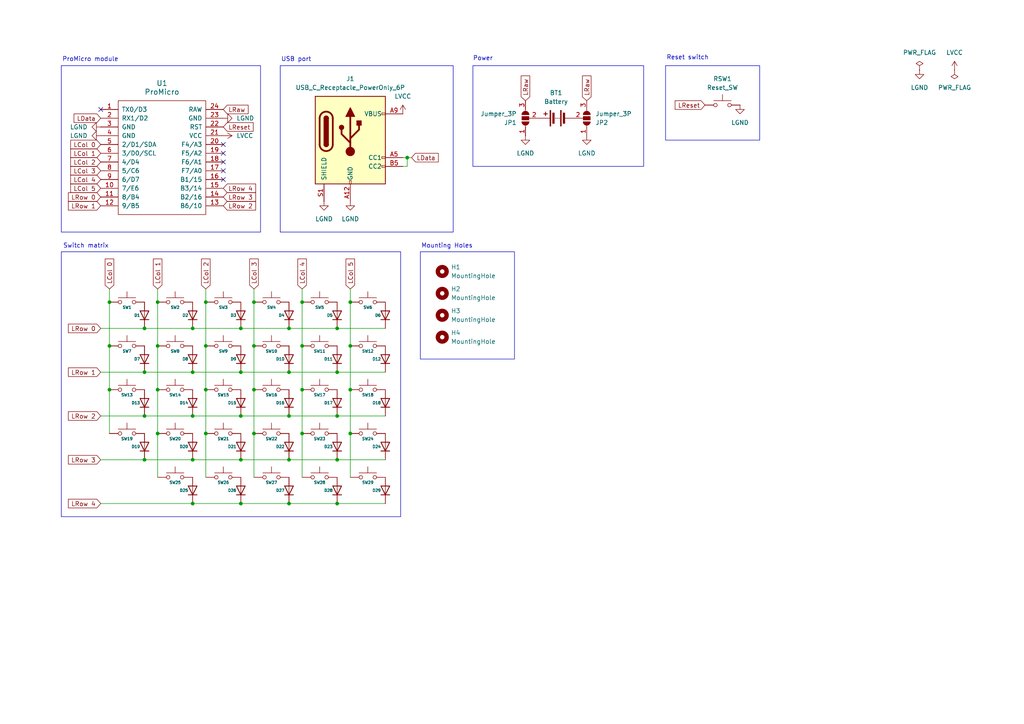
<source format=kicad_sch>
(kicad_sch (version 20231120) (generator "eeschema") (generator_version "8.0")
  (paper "A4")
  (lib_symbols
    (symbol "Connector:USB_C_Receptacle_PowerOnly_6P" (pin_names (offset 1.016))
      (property "Reference" "J" (at 0 16.51 0))
      (property "Value" "USB_C_Receptacle_PowerOnly_6P" (at 0 13.97 0))
      (symbol "USB_C_Receptacle_PowerOnly_6P_0_0"
        (rectangle (start -0.254 -12.7) (end 0.254 -11.684))
        (rectangle (start 10.16 -7.366) (end 9.144 -7.874))
        (rectangle (start 10.16 -4.826) (end 9.144 -5.334))
        (rectangle (start 10.16 7.874) (end 9.144 7.366))
      )
      (symbol "USB_C_Receptacle_PowerOnly_6P_0_1"
        (rectangle (start -10.16 12.7) (end 10.16 -12.7) (stroke (width 0.254)) (fill (type background)))
        (arc (start -8.89 -1.27) (mid -6.985 -3.1667) (end -5.08 -1.27) (stroke (width 0.508)))
        (arc (start -7.62 -1.27) (mid -6.985 -1.9023) (end -6.35 -1.27) (stroke (width 0.254)))
        (arc (start -7.62 -1.27) (mid -6.985 -1.9023) (end -6.35 -1.27) (stroke (width 0.254)) (fill (type outline)))
        (rectangle (start -7.62 -1.27) (end -6.35 6.35) (stroke (width 0.254)) (fill (type outline)))
        (arc (start -6.35 6.35) (mid -6.985 6.9823) (end -7.62 6.35) (stroke (width 0.254)))
        (arc (start -6.35 6.35) (mid -6.985 6.9823) (end -7.62 6.35) (stroke (width 0.254)) (fill (type outline)))
        (arc (start -5.08 6.35) (mid -6.985 8.2467) (end -8.89 6.35) (stroke (width 0.508)))
        (circle (center -2.54 3.683) (radius 0.635) (stroke (width 0.254)) (fill (type outline)))
        (circle (center 0 -3.302) (radius 1.27) (fill (type outline)))
        (polyline (pts (xy -8.89 -1.27) (xy -8.89 6.35)) (stroke (width 0.508)))
        (polyline (pts (xy -5.08 6.35) (xy -5.08 -1.27)) (stroke (width 0.508)))
        (polyline (pts (xy 0 -3.302) (xy 0 6.858)) (stroke (width 0.508)))
        (polyline (pts (xy 0 -0.762) (xy -2.54 1.778) (xy -2.54 3.048)) (stroke (width 0.508)))
        (polyline (pts (xy 0 0.508) (xy 2.54 3.048) (xy 2.54 4.318)) (stroke (width 0.508)))
        (polyline (pts (xy -1.27 6.858) (xy 0 9.398) (xy 1.27 6.858) (xy -1.27 6.858)) (stroke (width 0.254)) (fill (type outline)))
        (rectangle (start 1.905 4.318) (end 3.175 5.588) (stroke (width 0.254)) (fill (type outline)))
      )
      (symbol "USB_C_Receptacle_PowerOnly_6P_1_1"
        (pin passive line (at 0 -17.78 90) (length 5.08) (name "GND") (number "A12"))
        (pin bidirectional line (at 15.24 -5.08 180) (length 5.08) (name "CC1") (number "A5"))
        (pin passive line (at 15.24 7.62 180) (length 5.08) (name "VBUS") (number "A9"))
        (pin passive line (at 0 -17.78 90) (length 5.08) hide (name "GND") (number "B12"))
        (pin bidirectional line (at 15.24 -7.62 180) (length 5.08) (name "CC2") (number "B5"))
        (pin passive line (at 15.24 7.62 180) (length 5.08) hide (name "VBUS") (number "B9"))
        (pin passive line (at -7.62 -17.78 90) (length 5.08) (name "SHIELD") (number "S1"))
      )
    )
    (symbol "Device:Battery" (pin_numbers hide) (pin_names (offset 0) hide)
      (property "Reference" "BT" (at 2.54 2.54 0))
      (property "Value" "Battery" (at 2.54 0 0))
      (symbol "Battery_0_1"
        (rectangle (start -2.286 -1.27) (end 2.286 -1.524) (fill (type outline)))
        (rectangle (start -2.286 1.778) (end 2.286 1.524) (fill (type outline)))
        (rectangle (start -1.524 -2.032) (end 1.524 -2.54) (fill (type outline)))
        (rectangle (start -1.524 1.016) (end 1.524 0.508) (fill (type outline)))
        (polyline (pts (xy 0 -1.016) (xy 0 -0.762)))
        (polyline (pts (xy 0 -0.508) (xy 0 -0.254)))
        (polyline (pts (xy 0 0) (xy 0 0.254)))
        (polyline (pts (xy 0 1.778) (xy 0 2.54)))
        (polyline (pts (xy 0.762 3.048) (xy 1.778 3.048)) (stroke (width 0.254)))
        (polyline (pts (xy 1.27 3.556) (xy 1.27 2.54)) (stroke (width 0.254)))
      )
      (symbol "Battery_1_1"
        (pin passive line (at 0 5.08 270) (length 2.54) (name "+") (number "1"))
        (pin passive line (at 0 -5.08 90) (length 2.54) (name "-") (number "2"))
      )
    )
    (symbol "Device:D" (pin_numbers hide) (pin_names (offset 1.016) hide)
      (property "Reference" "D" (at 0 2.54 0))
      (property "Value" "D" (at 0 -2.54 0))
      (symbol "D_0_1"
        (polyline (pts (xy -1.27 1.27) (xy -1.27 -1.27)) (stroke (width 0.254)))
        (polyline (pts (xy 1.27 0) (xy -1.27 0)))
        (polyline (pts (xy 1.27 1.27) (xy 1.27 -1.27) (xy -1.27 0) (xy 1.27 1.27)) (stroke (width 0.254)))
      )
      (symbol "D_1_1"
        (pin passive line (at -3.81 0 0) (length 2.54) (name "K") (number "1"))
        (pin passive line (at 3.81 0 180) (length 2.54) (name "A") (number "2"))
      )
    )
    (symbol "Jumper:SolderJumper_3_Open" (pin_names (offset 0) hide) (exclude_from_sim yes) (in_bom no)
      (property "Reference" "JP" (at -2.54 -2.54 0))
      (property "Value" "SolderJumper_3_Open" (at 0 2.794 0))
      (symbol "SolderJumper_3_Open_0_1"
        (arc (start -1.016 1.016) (mid -2.0276 0) (end -1.016 -1.016))
        (arc (start -1.016 1.016) (mid -2.0276 0) (end -1.016 -1.016) (fill (type outline)))
        (rectangle (start -0.508 1.016) (end 0.508 -1.016) (fill (type outline)))
        (polyline (pts (xy -2.54 0) (xy -2.032 0)))
        (polyline (pts (xy -1.016 1.016) (xy -1.016 -1.016)))
        (polyline (pts (xy 0 -1.27) (xy 0 -1.016)))
        (polyline (pts (xy 1.016 1.016) (xy 1.016 -1.016)))
        (polyline (pts (xy 2.54 0) (xy 2.032 0)))
        (arc (start 1.016 -1.016) (mid 2.0276 0) (end 1.016 1.016))
        (arc (start 1.016 -1.016) (mid 2.0276 0) (end 1.016 1.016) (fill (type outline)))
      )
      (symbol "SolderJumper_3_Open_1_1"
        (pin passive line (at -5.08 0 0) (length 2.54) (name "A") (number "1"))
        (pin passive line (at 0 -3.81 90) (length 2.54) (name "C") (number "2"))
        (pin passive line (at 5.08 0 180) (length 2.54) (name "B") (number "3"))
      )
    )
    (symbol "Mechanical:MountingHole" (pin_names (offset 1.016)) (exclude_from_sim yes) (in_bom no)
      (property "Reference" "H" (at 0 5.08 0))
      (property "Value" "MountingHole" (at 0 3.175 0))
      (symbol "MountingHole_0_1"
        (circle (center 0 0) (radius 1.27) (stroke (width 1.27)))
      )
    )
    (symbol "Switch:SW_Push" (pin_numbers hide) (pin_names (offset 1.016) hide)
      (property "Reference" "SW" (at 1.27 2.54 0))
      (property "Value" "SW_Push" (at 0 -1.524 0))
      (symbol "SW_Push_0_1"
        (circle (center -2.032 0) (radius 0.508))
        (polyline (pts (xy 0 1.27) (xy 0 3.048)))
        (polyline (pts (xy 2.54 1.27) (xy -2.54 1.27)))
        (circle (center 2.032 0) (radius 0.508))
        (pin passive line (at -5.08 0 0) (length 2.54) (name "1") (number "1"))
        (pin passive line (at 5.08 0 180) (length 2.54) (name "2") (number "2"))
      )
    )
    (symbol "kbd:ProMicro" (pin_names (offset 1.016))
      (property "Reference" "U" (at 0 19.05 0))
      (property "Value" "ProMicro" (at 0 -19.05 0))
      (symbol "ProMicro_0_1"
        (rectangle (start -12.7 16.51) (end 12.7 -16.51))
      )
      (symbol "ProMicro_1_1"
        (pin bidirectional line (at -17.78 13.97 0) (length 5.08) (name "TX0/D3") (number "1"))
        (pin bidirectional line (at -17.78 -8.89 0) (length 5.08) (name "7/E6") (number "10"))
        (pin bidirectional line (at -17.78 -11.43 0) (length 5.08) (name "8/B4") (number "11"))
        (pin bidirectional line (at -17.78 -13.97 0) (length 5.08) (name "9/B5") (number "12"))
        (pin bidirectional line (at 17.78 -13.97 180) (length 5.08) (name "B6/10") (number "13"))
        (pin bidirectional line (at 17.78 -11.43 180) (length 5.08) (name "B2/16") (number "14"))
        (pin bidirectional line (at 17.78 -8.89 180) (length 5.08) (name "B3/14") (number "15"))
        (pin bidirectional line (at 17.78 -6.35 180) (length 5.08) (name "B1/15") (number "16"))
        (pin bidirectional line (at 17.78 -3.81 180) (length 5.08) (name "F7/A0") (number "17"))
        (pin bidirectional line (at 17.78 -1.27 180) (length 5.08) (name "F6/A1") (number "18"))
        (pin bidirectional line (at 17.78 1.27 180) (length 5.08) (name "F5/A2") (number "19"))
        (pin bidirectional line (at -17.78 11.43 0) (length 5.08) (name "RX1/D2") (number "2"))
        (pin bidirectional line (at 17.78 3.81 180) (length 5.08) (name "F4/A3") (number "20"))
        (pin power_in line (at 17.78 6.35 180) (length 5.08) (name "VCC") (number "21"))
        (pin input line (at 17.78 8.89 180) (length 5.08) (name "RST") (number "22"))
        (pin power_in line (at 17.78 11.43 180) (length 5.08) (name "GND") (number "23"))
        (pin power_out line (at 17.78 13.97 180) (length 5.08) (name "RAW") (number "24"))
        (pin power_in line (at -17.78 8.89 0) (length 5.08) (name "GND") (number "3"))
        (pin power_in line (at -17.78 6.35 0) (length 5.08) (name "GND") (number "4"))
        (pin bidirectional line (at -17.78 3.81 0) (length 5.08) (name "2/D1/SDA") (number "5"))
        (pin bidirectional line (at -17.78 1.27 0) (length 5.08) (name "3/D0/SCL") (number "6"))
        (pin bidirectional line (at -17.78 -1.27 0) (length 5.08) (name "4/D4") (number "7"))
        (pin bidirectional line (at -17.78 -3.81 0) (length 5.08) (name "5/C6") (number "8"))
        (pin bidirectional line (at -17.78 -6.35 0) (length 5.08) (name "6/D7") (number "9"))
      )
    )
    (symbol "power:GND" (power) (pin_numbers hide) (pin_names (offset 0) hide)
      (property "Value" "GND" (at 0 -3.81 0))
      (symbol "GND_0_1"
        (polyline (pts (xy 0 0) (xy 0 -1.27) (xy 1.27 -1.27) (xy 0 -2.54) (xy -1.27 -1.27) (xy 0 -1.27)))
      )
      (symbol "GND_1_1"
        (pin power_in line (at 0 0 270) (length 0) (name "~") (number "1"))
      )
    )
    (symbol "power:PWR_FLAG" (power) (pin_numbers hide) (pin_names (offset 0) hide)
      (property "Value" "PWR_FLAG" (at 0 3.81 0))
      (symbol "PWR_FLAG_0_0"
        (pin power_out line (at 0 0 90) (length 0) (name "~") (number "1"))
      )
      (symbol "PWR_FLAG_0_1"
        (polyline (pts (xy 0 0) (xy 0 1.27) (xy -1.016 1.905) (xy 0 2.54) (xy 1.016 1.905) (xy 0 1.27)))
      )
    )
    (symbol "power:VCC" (power) (pin_numbers hide) (pin_names (offset 0) hide)
      (property "Value" "VCC" (at 0 3.556 0))
      (symbol "VCC_0_1"
        (polyline (pts (xy -0.762 1.27) (xy 0 2.54)))
        (polyline (pts (xy 0 0) (xy 0 2.54)))
        (polyline (pts (xy 0 2.54) (xy 0.762 1.27)))
      )
      (symbol "VCC_1_1"
        (pin power_in line (at 0 0 90) (length 0) (name "~") (number "1"))
      )
    )
  )
  (junction (at 83.82 95.25))
  (junction (at 101.6 100.33))
  (junction (at 45.72 87.63))
  (junction (at 73.66 113.03))
  (junction (at 83.82 120.65))
  (junction (at 97.79 95.25))
  (junction (at 83.82 146.05))
  (junction (at 73.66 100.33))
  (junction (at 55.88 120.65))
  (junction (at 31.75 100.33))
  (junction (at 69.85 146.05))
  (junction (at 69.85 107.95))
  (junction (at 59.69 113.03))
  (junction (at 97.79 107.95))
  (junction (at 45.72 113.03))
  (junction (at 97.79 133.35))
  (junction (at 97.79 120.65))
  (junction (at 31.75 87.63))
  (junction (at 59.69 87.63))
  (junction (at 55.88 107.95))
  (junction (at 55.88 95.25))
  (junction (at 41.91 95.25))
  (junction (at 59.69 100.33))
  (junction (at 97.79 146.05))
  (junction (at 73.66 87.63))
  (junction (at 41.91 120.65))
  (junction (at 101.6 125.73))
  (junction (at 45.72 100.33))
  (junction (at 55.88 146.05))
  (junction (at 83.82 133.35))
  (junction (at 83.82 107.95))
  (junction (at 69.85 95.25))
  (junction (at 41.91 107.95))
  (junction (at 87.63 125.73))
  (junction (at 69.85 133.35))
  (junction (at 87.63 113.03))
  (junction (at 118.11 45.72))
  (junction (at 87.63 100.33))
  (junction (at 31.75 113.03))
  (junction (at 69.85 120.65))
  (junction (at 101.6 87.63))
  (junction (at 59.69 125.73))
  (junction (at 41.91 133.35))
  (junction (at 87.63 87.63))
  (junction (at 73.66 125.73))
  (junction (at 45.72 125.73))
  (junction (at 55.88 133.35))
  (junction (at 101.6 113.03))
  (no_connect (at 29.21 31.75))
  (no_connect (at 64.77 52.07))
  (no_connect (at 64.77 46.99))
  (no_connect (at 64.77 44.45))
  (no_connect (at 64.77 41.91))
  (no_connect (at 64.77 49.53))
  (wire (pts (xy 31.75 83.82) (xy 31.75 87.63)))
  (wire (pts (xy 59.69 83.82) (xy 59.69 87.63)))
  (wire (pts (xy 69.85 133.35) (xy 83.82 133.35)))
  (wire (pts (xy 45.72 125.73) (xy 45.72 113.03)))
  (wire (pts (xy 97.79 120.65) (xy 111.76 120.65)))
  (wire (pts (xy 73.66 125.73) (xy 73.66 113.03)))
  (wire (pts (xy 55.88 133.35) (xy 69.85 133.35)))
  (wire (pts (xy 59.69 125.73) (xy 59.69 113.03)))
  (wire (pts (xy 55.88 95.25) (xy 69.85 95.25)))
  (wire (pts (xy 55.88 120.65) (xy 69.85 120.65)))
  (wire (pts (xy 55.88 146.05) (xy 69.85 146.05)))
  (wire (pts (xy 83.82 133.35) (xy 97.79 133.35)))
  (wire (pts (xy 45.72 87.63) (xy 45.72 100.33)))
  (wire (pts (xy 87.63 83.82) (xy 87.63 87.63)))
  (wire (pts (xy 41.91 107.95) (xy 55.88 107.95)))
  (wire (pts (xy 29.21 146.05) (xy 55.88 146.05)))
  (wire (pts (xy 101.6 83.82) (xy 101.6 87.63)))
  (wire (pts (xy 83.82 146.05) (xy 69.85 146.05)))
  (wire (pts (xy 87.63 138.43) (xy 87.63 125.73)))
  (wire (pts (xy 29.21 95.25) (xy 41.91 95.25)))
  (wire (pts (xy 83.82 107.95) (xy 97.79 107.95)))
  (wire (pts (xy 59.69 87.63) (xy 59.69 100.33)))
  (wire (pts (xy 118.11 45.72) (xy 118.11 48.26)))
  (wire (pts (xy 69.85 120.65) (xy 83.82 120.65)))
  (wire (pts (xy 29.21 133.35) (xy 41.91 133.35)))
  (wire (pts (xy 41.91 120.65) (xy 55.88 120.65)))
  (wire (pts (xy 69.85 95.25) (xy 83.82 95.25)))
  (wire (pts (xy 101.6 113.03) (xy 101.6 100.33)))
  (wire (pts (xy 111.76 95.25) (xy 97.79 95.25)))
  (wire (pts (xy 97.79 107.95) (xy 111.76 107.95)))
  (wire (pts (xy 101.6 87.63) (xy 101.6 100.33)))
  (wire (pts (xy 55.88 107.95) (xy 69.85 107.95)))
  (wire (pts (xy 97.79 146.05) (xy 83.82 146.05)))
  (wire (pts (xy 45.72 125.73) (xy 45.72 138.43)))
  (wire (pts (xy 101.6 125.73) (xy 101.6 113.03)))
  (wire (pts (xy 69.85 107.95) (xy 83.82 107.95)))
  (wire (pts (xy 41.91 133.35) (xy 55.88 133.35)))
  (wire (pts (xy 73.66 83.82) (xy 73.66 87.63)))
  (wire (pts (xy 101.6 138.43) (xy 101.6 125.73)))
  (wire (pts (xy 45.72 83.82) (xy 45.72 87.63)))
  (wire (pts (xy 41.91 95.25) (xy 55.88 95.25)))
  (wire (pts (xy 31.75 87.63) (xy 31.75 100.33)))
  (wire (pts (xy 118.11 45.72) (xy 119.38 45.72)))
  (wire (pts (xy 73.66 113.03) (xy 73.66 100.33)))
  (wire (pts (xy 116.84 48.26) (xy 118.11 48.26)))
  (wire (pts (xy 87.63 87.63) (xy 87.63 100.33)))
  (wire (pts (xy 87.63 125.73) (xy 87.63 113.03)))
  (wire (pts (xy 83.82 120.65) (xy 97.79 120.65)))
  (wire (pts (xy 31.75 113.03) (xy 31.75 100.33)))
  (wire (pts (xy 73.66 87.63) (xy 73.66 100.33)))
  (wire (pts (xy 31.75 113.03) (xy 31.75 125.73)))
  (wire (pts (xy 45.72 113.03) (xy 45.72 100.33)))
  (wire (pts (xy 87.63 113.03) (xy 87.63 100.33)))
  (wire (pts (xy 116.84 45.72) (xy 118.11 45.72)))
  (wire (pts (xy 97.79 133.35) (xy 111.76 133.35)))
  (wire (pts (xy 97.79 146.05) (xy 111.76 146.05)))
  (wire (pts (xy 59.69 138.43) (xy 59.69 125.73)))
  (wire (pts (xy 29.21 107.95) (xy 41.91 107.95)))
  (wire (pts (xy 73.66 125.73) (xy 73.66 138.43)))
  (wire (pts (xy 29.21 120.65) (xy 41.91 120.65)))
  (wire (pts (xy 59.69 113.03) (xy 59.69 100.33)))
  (wire (pts (xy 97.79 95.25) (xy 83.82 95.25)))
  (rectangle (start 17.78 19.05) (end 75.565 67.31))
  (rectangle (start 137.16 19.05) (end 186.69 48.26))
  (rectangle (start 81.28 19.05) (end 131.445 67.31))
  (rectangle (start 193.04 19.05) (end 220.345 40.64))
  (rectangle (start 121.92 73.025) (end 149.225 104.14))
  (rectangle (start 17.78 73.025) (end 116.205 149.86))
  (text "Switch matrix" (at 18.288 72.136 0) (effects (font (size 1.27 1.27)) (justify left bottom)))
  (text "Mounting Holes" (at 122.174 72.136 0) (effects (font (size 1.27 1.27)) (justify left bottom)))
  (text "USB port" (at 81.534 18.034 0) (effects (font (size 1.27 1.27)) (justify left bottom)))
  (text "Power" (at 137.16 17.78 0) (effects (font (size 1.27 1.27)) (justify left bottom)))
  (text "ProMicro module" (at 18.034 18.034 0) (effects (font (size 1.27 1.27)) (justify left bottom)))
  (text "Reset switch" (at 193.294 17.526 0) (effects (font (size 1.27 1.27)) (justify left bottom)))
  (global_label "LRow 2" (shape input) (at 29.21 120.65 180) (property "Intersheetrefs" "${INTERSHEET_REFS}" (effects (hide yes))))
  (global_label "LRow 4" (shape input) (at 64.77 54.61 0) (property "Intersheetrefs" "${INTERSHEET_REFS}" (effects (hide yes))))
  (global_label "LRaw" (shape input) (at 152.4 29.21 90) (property "Intersheetrefs" "${INTERSHEET_REFS}" (effects (hide yes))))
  (global_label "LRow 3" (shape input) (at 64.77 57.15 0) (property "Intersheetrefs" "${INTERSHEET_REFS}" (effects (hide yes))))
  (global_label "LCol 0" (shape input) (at 31.75 83.82 90) (property "Intersheetrefs" "${INTERSHEET_REFS}" (effects (hide yes))))
  (global_label "LCol 3" (shape input) (at 73.66 83.82 90) (property "Intersheetrefs" "${INTERSHEET_REFS}" (effects (hide yes))))
  (global_label "LRow 4" (shape input) (at 29.21 146.05 180) (property "Intersheetrefs" "${INTERSHEET_REFS}" (effects (hide yes))))
  (global_label "LRow 0" (shape input) (at 29.21 95.25 180) (property "Intersheetrefs" "${INTERSHEET_REFS}" (effects (hide yes))))
  (global_label "LCol 5" (shape input) (at 29.21 54.61 180) (property "Intersheetrefs" "${INTERSHEET_REFS}" (effects (hide yes))))
  (global_label "LRaw" (shape input) (at 170.18 29.21 90) (property "Intersheetrefs" "${INTERSHEET_REFS}" (effects (hide yes))))
  (global_label "LCol 2" (shape input) (at 29.21 46.99 180) (property "Intersheetrefs" "${INTERSHEET_REFS}" (effects (hide yes))))
  (global_label "LCol 5" (shape input) (at 101.6 83.82 90) (property "Intersheetrefs" "${INTERSHEET_REFS}" (effects (hide yes))))
  (global_label "LReset" (shape input) (at 204.47 30.48 180) (property "Intersheetrefs" "${INTERSHEET_REFS}" (effects (hide yes))))
  (global_label "LReset" (shape input) (at 64.77 36.83 0) (property "Intersheetrefs" "${INTERSHEET_REFS}" (effects (hide yes))))
  (global_label "LCol 1" (shape input) (at 45.72 83.82 90) (property "Intersheetrefs" "${INTERSHEET_REFS}" (effects (hide yes))))
  (global_label "LRow 0" (shape input) (at 29.21 57.15 180) (property "Intersheetrefs" "${INTERSHEET_REFS}" (effects (hide yes))))
  (global_label "LRow 1" (shape input) (at 29.21 107.95 180) (property "Intersheetrefs" "${INTERSHEET_REFS}" (effects (hide yes))))
  (global_label "LRow 1" (shape input) (at 29.21 59.69 180) (property "Intersheetrefs" "${INTERSHEET_REFS}" (effects (hide yes))))
  (global_label "LRow 3" (shape input) (at 29.21 133.35 180) (property "Intersheetrefs" "${INTERSHEET_REFS}" (effects (hide yes))))
  (global_label "LData" (shape input) (at 29.21 34.29 180) (property "Intersheetrefs" "${INTERSHEET_REFS}" (effects (hide yes))))
  (global_label "LCol 4" (shape input) (at 29.21 52.07 180) (property "Intersheetrefs" "${INTERSHEET_REFS}" (effects (hide yes))))
  (global_label "LCol 1" (shape input) (at 29.21 44.45 180) (property "Intersheetrefs" "${INTERSHEET_REFS}" (effects (hide yes))))
  (global_label "LCol 3" (shape input) (at 29.21 49.53 180) (property "Intersheetrefs" "${INTERSHEET_REFS}" (effects (hide yes))))
  (global_label "LCol 2" (shape input) (at 59.69 83.82 90) (property "Intersheetrefs" "${INTERSHEET_REFS}" (effects (hide yes))))
  (global_label "LCol 0" (shape input) (at 29.21 41.91 180) (property "Intersheetrefs" "${INTERSHEET_REFS}" (effects (hide yes))))
  (global_label "LRaw" (shape input) (at 64.77 31.75 0) (property "Intersheetrefs" "${INTERSHEET_REFS}" (effects (hide yes))))
  (global_label "LData" (shape input) (at 119.38 45.72 0) (property "Intersheetrefs" "${INTERSHEET_REFS}" (effects (hide yes))))
  (global_label "LRow 2" (shape input) (at 64.77 59.69 0) (property "Intersheetrefs" "${INTERSHEET_REFS}" (effects (hide yes))))
  (global_label "LCol 4" (shape input) (at 87.63 83.82 90) (property "Intersheetrefs" "${INTERSHEET_REFS}" (effects (hide yes))))
  (symbol (lib_id "Switch:SW_Push") (at 92.71 100.33 0) (unit 1)
    (property "Reference" "SW11" (at 92.71 101.854 0) (effects (font (size 0.8128 0.8128))))
    (property "Value" "SW_Push" (effects (hide yes)))
    (property "Footprint" "axseem:SW_MX_Choc-v1v2_Hotswap" (effects (hide yes)))
    (property "Description" "Push button switch, generic, two pins" (effects (hide yes)))
  )
  (symbol (lib_id "Switch:SW_Push") (at 64.77 100.33 0) (unit 1)
    (property "Reference" "SW9" (at 64.77 101.854 0) (effects (font (size 0.8128 0.8128))))
    (property "Value" "SW_Push" (effects (hide yes)))
    (property "Footprint" "axseem:SW_MX_Choc-v1v2_Hotswap" (effects (hide yes)))
    (property "Description" "Push button switch, generic, two pins" (effects (hide yes)))
  )
  (symbol (lib_id "Switch:SW_Push") (at 64.77 113.03 0) (unit 1)
    (property "Reference" "SW15" (at 64.77 114.554 0) (effects (font (size 0.8128 0.8128))))
    (property "Value" "SW_Push" (effects (hide yes)))
    (property "Footprint" "axseem:SW_MX_Choc-v1v2_Hotswap" (effects (hide yes)))
    (property "Description" "Push button switch, generic, two pins" (effects (hide yes)))
  )
  (symbol (lib_id "Switch:SW_Push") (at 36.83 100.33 0) (unit 1)
    (property "Reference" "SW7" (at 36.83 101.854 0) (effects (font (size 0.8128 0.8128))))
    (property "Value" "SW_Push" (effects (hide yes)))
    (property "Footprint" "axseem:SW_MX_Choc-v1v2_Hotswap" (effects (hide yes)))
    (property "Description" "Push button switch, generic, two pins" (effects (hide yes)))
  )
  (symbol (lib_id "Switch:SW_Push") (at 36.83 125.73 0) (unit 1)
    (property "Reference" "SW19" (at 36.83 127.254 0) (effects (font (size 0.8128 0.8128))))
    (property "Value" "SW_Push" (effects (hide yes)))
    (property "Footprint" "axseem:SW_MX_Choc-v1v2_Hotswap" (effects (hide yes)))
    (property "Description" "Push button switch, generic, two pins" (effects (hide yes)))
  )
  (symbol (lib_id "power:GND") (at 29.21 39.37 270) (unit 1)
    (property "Reference" "#PWR07" (effects (hide yes)))
    (property "Value" "LGND" (at 25.4 39.3699 90) (effects (justify right)))
    (property "Description" "Power symbol creates a global label with name \"GND\" , ground" (effects (hide yes)))
  )
  (symbol (lib_id "power:GND") (at 214.63 30.48 0) (unit 1)
    (property "Reference" "#PWR09" (effects (hide yes)))
    (property "Value" "LGND" (at 214.63 35.56 0))
    (property "Description" "Power symbol creates a global label with name \"GND\" , ground" (effects (hide yes)))
  )
  (symbol (lib_id "Switch:SW_Push") (at 106.68 100.33 0) (unit 1)
    (property "Reference" "SW12" (at 106.68 101.854 0) (effects (font (size 0.8128 0.8128))))
    (property "Value" "SW_Push" (effects (hide yes)))
    (property "Footprint" "axseem:SW_MX_Choc-v1v2_Hotswap" (effects (hide yes)))
    (property "Description" "Push button switch, generic, two pins" (effects (hide yes)))
  )
  (symbol (lib_id "Mechanical:MountingHole") (at 128.27 85.09 0) (unit 1) (exclude_from_sim yes) (in_bom no)
    (property "Reference" "H2" (at 130.81 83.8199 0) (effects (justify left)))
    (property "Value" "MountingHole" (at 130.81 86.3599 0) (effects (justify left)))
    (property "Footprint" "MountingHole:MountingHole_2.2mm_M2_DIN965" (effects (hide yes)))
    (property "Description" "Mounting Hole without connection" (effects (hide yes)))
  )
  (symbol (lib_id "Switch:SW_Push") (at 106.68 113.03 0) (unit 1)
    (property "Reference" "SW18" (at 106.68 114.554 0) (effects (font (size 0.8128 0.8128))))
    (property "Value" "SW_Push" (effects (hide yes)))
    (property "Footprint" "axseem:SW_MX_Choc-v1v2_Hotswap" (effects (hide yes)))
    (property "Description" "Push button switch, generic, two pins" (effects (hide yes)))
  )
  (symbol (lib_id "power:PWR_FLAG") (at 266.7 20.32 0) (unit 1)
    (property "Reference" "#FLG01" (effects (hide yes)))
    (property "Value" "PWR_FLAG" (at 266.7 15.24 0))
    (property "Description" "Special symbol for telling ERC where power comes from" (effects (hide yes)))
  )
  (symbol (lib_id "power:VCC") (at 116.84 33.02 0) (unit 1)
    (property "Reference" "#PWR04" (effects (hide yes)))
    (property "Value" "LVCC" (at 116.84 27.94 0))
    (property "Description" "Power symbol creates a global label with name \"VCC\"" (effects (hide yes)))
  )
  (symbol (lib_id "Switch:SW_Push") (at 50.8 125.73 0) (unit 1)
    (property "Reference" "SW20" (at 50.8 127.254 0) (effects (font (size 0.8128 0.8128))))
    (property "Value" "SW_Push" (effects (hide yes)))
    (property "Footprint" "axseem:SW_MX_Choc-v1v2_Hotswap" (effects (hide yes)))
    (property "Description" "Push button switch, generic, two pins" (effects (hide yes)))
  )
  (symbol (lib_id "Switch:SW_Push") (at 36.83 87.63 0) (unit 1)
    (property "Reference" "SW1" (at 36.83 89.154 0) (effects (font (size 0.8128 0.8128))))
    (property "Value" "SW_Push" (effects (hide yes)))
    (property "Footprint" "axseem:SW_MX_Choc-v1v2_Hotswap" (effects (hide yes)))
    (property "Description" "Push button switch, generic, two pins" (effects (hide yes)))
  )
  (symbol (lib_id "Mechanical:MountingHole") (at 128.27 78.74 0) (unit 1) (exclude_from_sim yes) (in_bom no)
    (property "Reference" "H1" (at 130.81 77.4699 0) (effects (justify left)))
    (property "Value" "MountingHole" (at 130.81 80.0099 0) (effects (justify left)))
    (property "Footprint" "MountingHole:MountingHole_2.2mm_M2_DIN965" (effects (hide yes)))
    (property "Description" "Mounting Hole without connection" (effects (hide yes)))
  )
  (symbol (lib_id "Device:D") (at 111.76 91.44 90) (unit 1)
    (property "Reference" "D6" (at 110.49 91.44 90) (effects (font (size 0.8128 0.8128)) (justify left)))
    (property "Value" "D" (effects (hide yes)))
    (property "Footprint" "Diode_SMD:D_SOD-323_HandSoldering" (effects (hide yes)))
    (property "Description" "Diode" (effects (hide yes)))
    (property "Sim.Device" "D" (effects (hide yes)))
    (property "Sim.Pins" "1=K 2=A" (effects (hide yes)))
  )
  (symbol (lib_id "Jumper:SolderJumper_3_Open") (at 152.4 34.29 90) (unit 1) (exclude_from_sim yes) (in_bom no)
    (property "Reference" "JP1" (at 149.86 35.5601 90) (effects (justify left)))
    (property "Value" "Jumper_3P" (at 149.86 33.0201 90) (effects (justify left)))
    (property "Footprint" "axseem:SolderJumper-3_P" (effects (hide yes)))
    (property "Description" "Solder Jumper, 3-pole, open" (effects (hide yes)))
  )
  (symbol (lib_id "power:VCC") (at 64.77 39.37 270) (unit 1)
    (property "Reference" "#PWR08" (effects (hide yes)))
    (property "Value" "LVCC" (at 68.58 39.3699 90) (effects (justify left)))
    (property "Description" "Power symbol creates a global label with name \"VCC\"" (effects (hide yes)))
  )
  (symbol (lib_id "Device:D") (at 55.88 129.54 90) (unit 1)
    (property "Reference" "D20" (at 54.61 129.54 90) (effects (font (size 0.8128 0.8128)) (justify left)))
    (property "Value" "D" (effects (hide yes)))
    (property "Footprint" "Diode_SMD:D_SOD-323_HandSoldering" (effects (hide yes)))
    (property "Description" "Diode" (effects (hide yes)))
    (property "Sim.Device" "D" (effects (hide yes)))
    (property "Sim.Pins" "1=K 2=A" (effects (hide yes)))
  )
  (symbol (lib_id "Device:D") (at 69.85 129.54 90) (unit 1)
    (property "Reference" "D21" (at 68.58 129.54 90) (effects (font (size 0.8128 0.8128)) (justify left)))
    (property "Value" "D" (effects (hide yes)))
    (property "Footprint" "Diode_SMD:D_SOD-323_HandSoldering" (effects (hide yes)))
    (property "Description" "Diode" (effects (hide yes)))
    (property "Sim.Device" "D" (effects (hide yes)))
    (property "Sim.Pins" "1=K 2=A" (effects (hide yes)))
  )
  (symbol (lib_id "Switch:SW_Push") (at 50.8 138.43 0) (unit 1)
    (property "Reference" "SW25" (at 50.8 139.954 0) (effects (font (size 0.8128 0.8128))))
    (property "Value" "SW_Push" (effects (hide yes)))
    (property "Footprint" "axseem:SW_MX_Choc-v1v2_Hotswap" (effects (hide yes)))
    (property "Description" "Push button switch, generic, two pins" (effects (hide yes)))
  )
  (symbol (lib_id "kbd:ProMicro") (at 46.99 45.72 0) (unit 1)
    (property "Reference" "U1" (at 46.99 24.13 0) (effects (font (size 1.524 1.524))))
    (property "Value" "ProMicro" (at 46.99 26.67 0) (effects (font (size 1.524 1.524))))
    (property "Footprint" "axseem:ProMicro_SMD" (effects (hide yes)))
  )
  (symbol (lib_id "power:PWR_FLAG") (at 276.86 20.32 180) (unit 1)
    (property "Reference" "#FLG02" (effects (hide yes)))
    (property "Value" "PWR_FLAG" (at 276.86 25.4 0))
    (property "Description" "Special symbol for telling ERC where power comes from" (effects (hide yes)))
  )
  (symbol (lib_id "Switch:SW_Push") (at 64.77 138.43 0) (unit 1)
    (property "Reference" "SW26" (at 64.77 139.954 0) (effects (font (size 0.8128 0.8128))))
    (property "Value" "SW_Push" (effects (hide yes)))
    (property "Footprint" "axseem:SW_MX_Choc-v1v2_Hotswap" (effects (hide yes)))
    (property "Description" "Push button switch, generic, two pins" (effects (hide yes)))
  )
  (symbol (lib_id "Device:D") (at 83.82 104.14 90) (unit 1)
    (property "Reference" "D10" (at 82.55 104.14 90) (effects (font (size 0.8128 0.8128)) (justify left)))
    (property "Value" "D" (effects (hide yes)))
    (property "Footprint" "Diode_SMD:D_SOD-323_HandSoldering" (effects (hide yes)))
    (property "Description" "Diode" (effects (hide yes)))
    (property "Sim.Device" "D" (effects (hide yes)))
    (property "Sim.Pins" "1=K 2=A" (effects (hide yes)))
  )
  (symbol (lib_id "Device:D") (at 55.88 104.14 90) (unit 1)
    (property "Reference" "D8" (at 54.61 104.14 90) (effects (font (size 0.8128 0.8128)) (justify left)))
    (property "Value" "D" (effects (hide yes)))
    (property "Footprint" "Diode_SMD:D_SOD-323_HandSoldering" (effects (hide yes)))
    (property "Description" "Diode" (effects (hide yes)))
    (property "Sim.Device" "D" (effects (hide yes)))
    (property "Sim.Pins" "1=K 2=A" (effects (hide yes)))
  )
  (symbol (lib_id "Switch:SW_Push") (at 64.77 87.63 0) (unit 1)
    (property "Reference" "SW3" (at 64.77 89.154 0) (effects (font (size 0.8128 0.8128))))
    (property "Value" "SW_Push" (effects (hide yes)))
    (property "Footprint" "axseem:SW_MX_Choc-v1v2_Hotswap" (effects (hide yes)))
    (property "Description" "Push button switch, generic, two pins" (effects (hide yes)))
  )
  (symbol (lib_id "Switch:SW_Push") (at 78.74 113.03 0) (unit 1)
    (property "Reference" "SW16" (at 78.74 114.554 0) (effects (font (size 0.8128 0.8128))))
    (property "Value" "SW_Push" (effects (hide yes)))
    (property "Footprint" "axseem:SW_MX_Choc-v1v2_Hotswap" (effects (hide yes)))
    (property "Description" "Push button switch, generic, two pins" (effects (hide yes)))
  )
  (symbol (lib_id "Device:D") (at 41.91 116.84 90) (unit 1)
    (property "Reference" "D13" (at 40.64 116.84 90) (effects (font (size 0.8128 0.8128)) (justify left)))
    (property "Value" "D" (effects (hide yes)))
    (property "Footprint" "Diode_SMD:D_SOD-323_HandSoldering" (effects (hide yes)))
    (property "Description" "Diode" (effects (hide yes)))
    (property "Sim.Device" "D" (effects (hide yes)))
    (property "Sim.Pins" "1=K 2=A" (effects (hide yes)))
  )
  (symbol (lib_id "Jumper:SolderJumper_3_Open") (at 170.18 34.29 270) (mirror x) (unit 1) (exclude_from_sim yes) (in_bom no)
    (property "Reference" "JP2" (at 172.72 35.5601 90) (effects (justify left)))
    (property "Value" "Jumper_3P" (at 172.72 33.0201 90) (effects (justify left)))
    (property "Footprint" "axseem:SolderJumper-3_P" (effects (hide yes)))
    (property "Description" "Solder Jumper, 3-pole, open" (effects (hide yes)))
  )
  (symbol (lib_id "Switch:SW_Push") (at 92.71 125.73 0) (unit 1)
    (property "Reference" "SW23" (at 92.71 127.254 0) (effects (font (size 0.8128 0.8128))))
    (property "Value" "SW_Push" (effects (hide yes)))
    (property "Footprint" "axseem:SW_MX_Choc-v1v2_Hotswap" (effects (hide yes)))
    (property "Description" "Push button switch, generic, two pins" (effects (hide yes)))
  )
  (symbol (lib_id "Switch:SW_Push") (at 78.74 138.43 0) (unit 1)
    (property "Reference" "SW27" (at 78.74 139.954 0) (effects (font (size 0.8128 0.8128))))
    (property "Value" "SW_Push" (effects (hide yes)))
    (property "Footprint" "axseem:SW_MX_Choc-v1v2_Hotswap" (effects (hide yes)))
    (property "Description" "Push button switch, generic, two pins" (effects (hide yes)))
  )
  (symbol (lib_id "Device:D") (at 55.88 142.24 90) (unit 1)
    (property "Reference" "D25" (at 54.61 142.24 90) (effects (font (size 0.8128 0.8128)) (justify left)))
    (property "Value" "D" (effects (hide yes)))
    (property "Footprint" "Diode_SMD:D_SOD-323_HandSoldering" (effects (hide yes)))
    (property "Description" "Diode" (effects (hide yes)))
    (property "Sim.Device" "D" (effects (hide yes)))
    (property "Sim.Pins" "1=K 2=A" (effects (hide yes)))
  )
  (symbol (lib_id "power:VCC") (at 276.86 20.32 0) (unit 1)
    (property "Reference" "#PWR02" (effects (hide yes)))
    (property "Value" "LVCC" (at 276.86 15.24 0))
    (property "Description" "Power symbol creates a global label with name \"VCC\"" (effects (hide yes)))
  )
  (symbol (lib_id "power:GND") (at 29.21 36.83 270) (unit 1)
    (property "Reference" "#PWR06" (effects (hide yes)))
    (property "Value" "LGND" (at 25.4 36.8299 90) (effects (justify right)))
    (property "Description" "Power symbol creates a global label with name \"GND\" , ground" (effects (hide yes)))
  )
  (symbol (lib_id "power:GND") (at 101.6 58.42 0) (unit 1)
    (property "Reference" "#PWR011" (effects (hide yes)))
    (property "Value" "LGND" (at 101.6 63.5 0))
    (property "Description" "Power symbol creates a global label with name \"GND\" , ground" (effects (hide yes)))
  )
  (symbol (lib_id "Device:D") (at 111.76 142.24 90) (unit 1)
    (property "Reference" "D29" (at 110.49 142.24 90) (effects (font (size 0.8128 0.8128)) (justify left)))
    (property "Value" "D" (effects (hide yes)))
    (property "Footprint" "Diode_SMD:D_SOD-323_HandSoldering" (effects (hide yes)))
    (property "Description" "Diode" (effects (hide yes)))
    (property "Sim.Device" "D" (effects (hide yes)))
    (property "Sim.Pins" "1=K 2=A" (effects (hide yes)))
  )
  (symbol (lib_id "Switch:SW_Push") (at 106.68 125.73 0) (unit 1)
    (property "Reference" "SW24" (at 106.68 127.254 0) (effects (font (size 0.8128 0.8128))))
    (property "Value" "SW_Push" (effects (hide yes)))
    (property "Footprint" "axseem:SW_MX_Choc-v1v2_Hotswap" (effects (hide yes)))
    (property "Description" "Push button switch, generic, two pins" (effects (hide yes)))
  )
  (symbol (lib_id "Device:D") (at 97.79 142.24 90) (unit 1)
    (property "Reference" "D28" (at 96.52 142.24 90) (effects (font (size 0.8128 0.8128)) (justify left)))
    (property "Value" "D" (effects (hide yes)))
    (property "Footprint" "Diode_SMD:D_SOD-323_HandSoldering" (effects (hide yes)))
    (property "Description" "Diode" (effects (hide yes)))
    (property "Sim.Device" "D" (effects (hide yes)))
    (property "Sim.Pins" "1=K 2=A" (effects (hide yes)))
  )
  (symbol (lib_id "power:GND") (at 64.77 34.29 90) (unit 1)
    (property "Reference" "#PWR05" (effects (hide yes)))
    (property "Value" "LGND" (at 68.58 34.2899 90) (effects (justify right)))
    (property "Description" "Power symbol creates a global label with name \"GND\" , ground" (effects (hide yes)))
  )
  (symbol (lib_id "Device:D") (at 69.85 142.24 90) (unit 1)
    (property "Reference" "D26" (at 68.58 142.24 90) (effects (font (size 0.8128 0.8128)) (justify left)))
    (property "Value" "D" (effects (hide yes)))
    (property "Footprint" "Diode_SMD:D_SOD-323_HandSoldering" (effects (hide yes)))
    (property "Description" "Diode" (effects (hide yes)))
    (property "Sim.Device" "D" (effects (hide yes)))
    (property "Sim.Pins" "1=K 2=A" (effects (hide yes)))
  )
  (symbol (lib_id "Connector:USB_C_Receptacle_PowerOnly_6P") (at 101.6 40.64 0) (unit 1)
    (property "Reference" "J1" (at 101.6 22.86 0))
    (property "Value" "USB_C_Receptacle_PowerOnly_6P" (at 101.6 25.4 0))
    (property "Footprint" "axseem:USB-C_6Pin_Mid-mount" (effects (hide yes)))
    (property "Datasheet" "https://www.usb.org/sites/default/files/documents/usb_type-c.zip" (effects (hide yes)))
    (property "Description" "USB Power-Only 6P Type-C Receptacle connector" (effects (hide yes)))
  )
  (symbol (lib_id "Switch:SW_Push") (at 78.74 125.73 0) (unit 1)
    (property "Reference" "SW22" (at 78.74 127.254 0) (effects (font (size 0.8128 0.8128))))
    (property "Value" "SW_Push" (effects (hide yes)))
    (property "Footprint" "axseem:SW_MX_Choc-v1v2_Hotswap" (effects (hide yes)))
    (property "Description" "Push button switch, generic, two pins" (effects (hide yes)))
  )
  (symbol (lib_id "Device:D") (at 97.79 129.54 90) (unit 1)
    (property "Reference" "D23" (at 96.52 129.54 90) (effects (font (size 0.8128 0.8128)) (justify left)))
    (property "Value" "D" (effects (hide yes)))
    (property "Footprint" "Diode_SMD:D_SOD-323_HandSoldering" (effects (hide yes)))
    (property "Description" "Diode" (effects (hide yes)))
    (property "Sim.Device" "D" (effects (hide yes)))
    (property "Sim.Pins" "1=K 2=A" (effects (hide yes)))
  )
  (symbol (lib_id "Switch:SW_Push") (at 92.71 138.43 0) (unit 1)
    (property "Reference" "SW28" (at 92.71 139.954 0) (effects (font (size 0.8128 0.8128))))
    (property "Value" "SW_Push" (effects (hide yes)))
    (property "Footprint" "axseem:SW_MX_Choc-v1v2_Hotswap" (effects (hide yes)))
    (property "Description" "Push button switch, generic, two pins" (effects (hide yes)))
  )
  (symbol (lib_id "Switch:SW_Push") (at 50.8 100.33 0) (unit 1)
    (property "Reference" "SW8" (at 50.8 101.854 0) (effects (font (size 0.8128 0.8128))))
    (property "Value" "SW_Push" (effects (hide yes)))
    (property "Footprint" "axseem:SW_MX_Choc-v1v2_Hotswap" (effects (hide yes)))
    (property "Description" "Push button switch, generic, two pins" (effects (hide yes)))
  )
  (symbol (lib_id "Device:D") (at 97.79 91.44 90) (unit 1)
    (property "Reference" "D5" (at 96.52 91.44 90) (effects (font (size 0.8128 0.8128)) (justify left)))
    (property "Value" "D" (effects (hide yes)))
    (property "Footprint" "Diode_SMD:D_SOD-323_HandSoldering" (effects (hide yes)))
    (property "Description" "Diode" (effects (hide yes)))
    (property "Sim.Device" "D" (effects (hide yes)))
    (property "Sim.Pins" "1=K 2=A" (effects (hide yes)))
  )
  (symbol (lib_id "power:GND") (at 266.7 20.32 0) (unit 1)
    (property "Reference" "#PWR01" (effects (hide yes)))
    (property "Value" "LGND" (at 266.7 25.4 0))
    (property "Description" "Power symbol creates a global label with name \"GND\" , ground" (effects (hide yes)))
  )
  (symbol (lib_id "Switch:SW_Push") (at 36.83 113.03 0) (unit 1)
    (property "Reference" "SW13" (at 36.83 114.554 0) (effects (font (size 0.8128 0.8128))))
    (property "Value" "SW_Push" (effects (hide yes)))
    (property "Footprint" "axseem:SW_MX_Choc-v1v2_Hotswap" (effects (hide yes)))
    (property "Description" "Push button switch, generic, two pins" (effects (hide yes)))
  )
  (symbol (lib_id "Device:D") (at 111.76 104.14 90) (unit 1)
    (property "Reference" "D12" (at 110.49 104.14 90) (effects (font (size 0.8128 0.8128)) (justify left)))
    (property "Value" "D" (effects (hide yes)))
    (property "Footprint" "Diode_SMD:D_SOD-323_HandSoldering" (effects (hide yes)))
    (property "Description" "Diode" (effects (hide yes)))
    (property "Sim.Device" "D" (effects (hide yes)))
    (property "Sim.Pins" "1=K 2=A" (effects (hide yes)))
  )
  (symbol (lib_id "Device:D") (at 83.82 91.44 90) (unit 1)
    (property "Reference" "D4" (at 82.55 91.44 90) (effects (font (size 0.8128 0.8128)) (justify left)))
    (property "Value" "D" (effects (hide yes)))
    (property "Footprint" "Diode_SMD:D_SOD-323_HandSoldering" (effects (hide yes)))
    (property "Description" "Diode" (effects (hide yes)))
    (property "Sim.Device" "D" (effects (hide yes)))
    (property "Sim.Pins" "1=K 2=A" (effects (hide yes)))
  )
  (symbol (lib_id "Device:D") (at 55.88 91.44 90) (unit 1)
    (property "Reference" "D2" (at 54.61 91.44 90) (effects (font (size 0.8128 0.8128)) (justify left)))
    (property "Value" "D" (effects (hide yes)))
    (property "Footprint" "Diode_SMD:D_SOD-323_HandSoldering" (effects (hide yes)))
    (property "Description" "Diode" (effects (hide yes)))
    (property "Sim.Device" "D" (effects (hide yes)))
    (property "Sim.Pins" "1=K 2=A" (effects (hide yes)))
  )
  (symbol (lib_id "Switch:SW_Push") (at 92.71 87.63 0) (unit 1)
    (property "Reference" "SW5" (at 92.71 89.154 0) (effects (font (size 0.8128 0.8128))))
    (property "Value" "SW_Push" (effects (hide yes)))
    (property "Footprint" "axseem:SW_MX_Choc-v1v2_Hotswap" (effects (hide yes)))
    (property "Description" "Push button switch, generic, two pins" (effects (hide yes)))
  )
  (symbol (lib_id "Device:D") (at 41.91 129.54 90) (unit 1)
    (property "Reference" "D19" (at 40.64 129.54 90) (effects (font (size 0.8128 0.8128)) (justify left)))
    (property "Value" "D" (effects (hide yes)))
    (property "Footprint" "Diode_SMD:D_SOD-323_HandSoldering" (effects (hide yes)))
    (property "Description" "Diode" (effects (hide yes)))
    (property "Sim.Device" "D" (effects (hide yes)))
    (property "Sim.Pins" "1=K 2=A" (effects (hide yes)))
  )
  (symbol (lib_id "Device:D") (at 97.79 116.84 90) (unit 1)
    (property "Reference" "D17" (at 96.52 116.84 90) (effects (font (size 0.8128 0.8128)) (justify left)))
    (property "Value" "D" (effects (hide yes)))
    (property "Footprint" "Diode_SMD:D_SOD-323_HandSoldering" (effects (hide yes)))
    (property "Description" "Diode" (effects (hide yes)))
    (property "Sim.Device" "D" (effects (hide yes)))
    (property "Sim.Pins" "1=K 2=A" (effects (hide yes)))
  )
  (symbol (lib_id "Device:Battery") (at 161.29 34.29 90) (unit 1)
    (property "Reference" "BT1" (at 161.29 26.924 90))
    (property "Value" "Battery" (at 161.29 29.464 90))
    (property "Footprint" "axseem:JST_1.25mm_mid-mount" (effects (hide yes)))
    (property "Description" "Multiple-cell battery" (effects (hide yes)))
  )
  (symbol (lib_id "Device:D") (at 111.76 129.54 90) (unit 1)
    (property "Reference" "D24" (at 110.49 129.54 90) (effects (font (size 0.8128 0.8128)) (justify left)))
    (property "Value" "D" (effects (hide yes)))
    (property "Footprint" "Diode_SMD:D_SOD-323_HandSoldering" (effects (hide yes)))
    (property "Description" "Diode" (effects (hide yes)))
    (property "Sim.Device" "D" (effects (hide yes)))
    (property "Sim.Pins" "1=K 2=A" (effects (hide yes)))
  )
  (symbol (lib_id "Switch:SW_Push") (at 209.55 30.48 0) (unit 1)
    (property "Reference" "RSW1" (at 209.55 22.86 0))
    (property "Value" "Reset_SW" (at 209.55 25.4 0))
    (property "Footprint" "axseem:TS-1289VE-4" (effects (hide yes)))
    (property "Description" "Push button switch, generic, two pins" (effects (hide yes)))
  )
  (symbol (lib_id "Device:D") (at 69.85 116.84 90) (unit 1)
    (property "Reference" "D15" (at 68.58 116.84 90) (effects (font (size 0.8128 0.8128)) (justify left)))
    (property "Value" "D" (effects (hide yes)))
    (property "Footprint" "Diode_SMD:D_SOD-323_HandSoldering" (effects (hide yes)))
    (property "Description" "Diode" (effects (hide yes)))
    (property "Sim.Device" "D" (effects (hide yes)))
    (property "Sim.Pins" "1=K 2=A" (effects (hide yes)))
  )
  (symbol (lib_id "Switch:SW_Push") (at 78.74 100.33 0) (unit 1)
    (property "Reference" "SW10" (at 78.74 101.854 0) (effects (font (size 0.8128 0.8128))))
    (property "Value" "SW_Push" (effects (hide yes)))
    (property "Footprint" "axseem:SW_MX_Choc-v1v2_Hotswap" (effects (hide yes)))
    (property "Description" "Push button switch, generic, two pins" (effects (hide yes)))
  )
  (symbol (lib_id "Device:D") (at 111.76 116.84 90) (unit 1)
    (property "Reference" "D18" (at 110.49 116.84 90) (effects (font (size 0.8128 0.8128)) (justify left)))
    (property "Value" "D" (effects (hide yes)))
    (property "Footprint" "Diode_SMD:D_SOD-323_HandSoldering" (effects (hide yes)))
    (property "Description" "Diode" (effects (hide yes)))
    (property "Sim.Device" "D" (effects (hide yes)))
    (property "Sim.Pins" "1=K 2=A" (effects (hide yes)))
  )
  (symbol (lib_id "Device:D") (at 69.85 91.44 90) (unit 1)
    (property "Reference" "D3" (at 68.58 91.44 90) (effects (font (size 0.8128 0.8128)) (justify left)))
    (property "Value" "D" (effects (hide yes)))
    (property "Footprint" "Diode_SMD:D_SOD-323_HandSoldering" (effects (hide yes)))
    (property "Description" "Diode" (effects (hide yes)))
    (property "Sim.Device" "D" (effects (hide yes)))
    (property "Sim.Pins" "1=K 2=A" (effects (hide yes)))
  )
  (symbol (lib_id "Device:D") (at 69.85 104.14 90) (unit 1)
    (property "Reference" "D9" (at 68.58 104.14 90) (effects (font (size 0.8128 0.8128)) (justify left)))
    (property "Value" "D" (effects (hide yes)))
    (property "Footprint" "Diode_SMD:D_SOD-323_HandSoldering" (effects (hide yes)))
    (property "Description" "Diode" (effects (hide yes)))
    (property "Sim.Device" "D" (effects (hide yes)))
    (property "Sim.Pins" "1=K 2=A" (effects (hide yes)))
  )
  (symbol (lib_id "Switch:SW_Push") (at 64.77 125.73 0) (unit 1)
    (property "Reference" "SW21" (at 64.77 127.254 0) (effects (font (size 0.8128 0.8128))))
    (property "Value" "SW_Push" (effects (hide yes)))
    (property "Footprint" "axseem:SW_MX_Choc-v1v2_Hotswap" (effects (hide yes)))
    (property "Description" "Push button switch, generic, two pins" (effects (hide yes)))
  )
  (symbol (lib_id "Device:D") (at 83.82 129.54 90) (unit 1)
    (property "Reference" "D22" (at 82.55 129.54 90) (effects (font (size 0.8128 0.8128)) (justify left)))
    (property "Value" "D" (effects (hide yes)))
    (property "Footprint" "Diode_SMD:D_SOD-323_HandSoldering" (effects (hide yes)))
    (property "Description" "Diode" (effects (hide yes)))
    (property "Sim.Device" "D" (effects (hide yes)))
    (property "Sim.Pins" "1=K 2=A" (effects (hide yes)))
  )
  (symbol (lib_id "Switch:SW_Push") (at 106.68 87.63 0) (unit 1)
    (property "Reference" "SW6" (at 106.68 89.154 0) (effects (font (size 0.8128 0.8128))))
    (property "Value" "SW_Push" (effects (hide yes)))
    (property "Footprint" "axseem:SW_MX_Choc-v1v2_Hotswap" (effects (hide yes)))
    (property "Description" "Push button switch, generic, two pins" (effects (hide yes)))
  )
  (symbol (lib_id "Mechanical:MountingHole") (at 128.27 97.79 0) (unit 1) (exclude_from_sim yes) (in_bom no)
    (property "Reference" "H4" (at 130.81 96.5199 0) (effects (justify left)))
    (property "Value" "MountingHole" (at 130.81 99.0599 0) (effects (justify left)))
    (property "Footprint" "MountingHole:MountingHole_2.2mm_M2_DIN965" (effects (hide yes)))
    (property "Description" "Mounting Hole without connection" (effects (hide yes)))
  )
  (symbol (lib_id "Switch:SW_Push") (at 92.71 113.03 0) (unit 1)
    (property "Reference" "SW17" (at 92.71 114.554 0) (effects (font (size 0.8128 0.8128))))
    (property "Value" "SW_Push" (effects (hide yes)))
    (property "Footprint" "axseem:SW_MX_Choc-v1v2_Hotswap" (effects (hide yes)))
    (property "Description" "Push button switch, generic, two pins" (effects (hide yes)))
  )
  (symbol (lib_id "Device:D") (at 41.91 104.14 90) (unit 1)
    (property "Reference" "D7" (at 40.64 104.14 90) (effects (font (size 0.8128 0.8128)) (justify left)))
    (property "Value" "D" (effects (hide yes)))
    (property "Footprint" "Diode_SMD:D_SOD-323_HandSoldering" (effects (hide yes)))
    (property "Description" "Diode" (effects (hide yes)))
    (property "Sim.Device" "D" (effects (hide yes)))
    (property "Sim.Pins" "1=K 2=A" (effects (hide yes)))
  )
  (symbol (lib_id "Device:D") (at 83.82 142.24 90) (unit 1)
    (property "Reference" "D27" (at 82.55 142.24 90) (effects (font (size 0.8128 0.8128)) (justify left)))
    (property "Value" "D" (effects (hide yes)))
    (property "Footprint" "Diode_SMD:D_SOD-323_HandSoldering" (effects (hide yes)))
    (property "Description" "Diode" (effects (hide yes)))
    (property "Sim.Device" "D" (effects (hide yes)))
    (property "Sim.Pins" "1=K 2=A" (effects (hide yes)))
  )
  (symbol (lib_id "Switch:SW_Push") (at 106.68 138.43 0) (unit 1)
    (property "Reference" "SW29" (at 106.68 139.954 0) (effects (font (size 0.8128 0.8128))))
    (property "Value" "SW_Push" (effects (hide yes)))
    (property "Footprint" "axseem:SW_MX_Choc-v1v2_Hotswap" (effects (hide yes)))
    (property "Description" "Push button switch, generic, two pins" (effects (hide yes)))
  )
  (symbol (lib_id "Switch:SW_Push") (at 78.74 87.63 0) (unit 1)
    (property "Reference" "SW4" (at 78.74 89.154 0) (effects (font (size 0.8128 0.8128))))
    (property "Value" "SW_Push" (effects (hide yes)))
    (property "Footprint" "axseem:SW_MX_Choc-v1v2_Hotswap" (effects (hide yes)))
    (property "Description" "Push button switch, generic, two pins" (effects (hide yes)))
  )
  (symbol (lib_id "Device:D") (at 97.79 104.14 90) (unit 1)
    (property "Reference" "D11" (at 96.52 104.14 90) (effects (font (size 0.8128 0.8128)) (justify left)))
    (property "Value" "D" (effects (hide yes)))
    (property "Footprint" "Diode_SMD:D_SOD-323_HandSoldering" (effects (hide yes)))
    (property "Description" "Diode" (effects (hide yes)))
    (property "Sim.Device" "D" (effects (hide yes)))
    (property "Sim.Pins" "1=K 2=A" (effects (hide yes)))
  )
  (symbol (lib_id "Device:D") (at 55.88 116.84 90) (unit 1)
    (property "Reference" "D14" (at 54.61 116.84 90) (effects (font (size 0.8128 0.8128)) (justify left)))
    (property "Value" "D" (effects (hide yes)))
    (property "Footprint" "Diode_SMD:D_SOD-323_HandSoldering" (effects (hide yes)))
    (property "Description" "Diode" (effects (hide yes)))
    (property "Sim.Device" "D" (effects (hide yes)))
    (property "Sim.Pins" "1=K 2=A" (effects (hide yes)))
  )
  (symbol (lib_id "Switch:SW_Push") (at 50.8 87.63 0) (unit 1)
    (property "Reference" "SW2" (at 50.8 89.154 0) (effects (font (size 0.8128 0.8128))))
    (property "Value" "SW_Push" (effects (hide yes)))
    (property "Footprint" "axseem:SW_MX_Choc-v1v2_Hotswap" (effects (hide yes)))
    (property "Description" "Push button switch, generic, two pins" (effects (hide yes)))
  )
  (symbol (lib_id "Mechanical:MountingHole") (at 128.27 91.44 0) (unit 1) (exclude_from_sim yes) (in_bom no)
    (property "Reference" "H3" (at 130.81 90.1699 0) (effects (justify left)))
    (property "Value" "MountingHole" (at 130.81 92.7099 0) (effects (justify left)))
    (property "Footprint" "MountingHole:MountingHole_2.2mm_M2_DIN965" (effects (hide yes)))
    (property "Description" "Mounting Hole without connection" (effects (hide yes)))
  )
  (symbol (lib_id "power:GND") (at 170.18 39.37 0) (mirror y) (unit 1)
    (property "Reference" "#PWR03" (effects (hide yes)))
    (property "Value" "LGND" (at 170.18 44.45 0))
    (property "Description" "Power symbol creates a global label with name \"GND\" , ground" (effects (hide yes)))
  )
  (symbol (lib_id "power:GND") (at 152.4 39.37 0) (mirror y) (unit 1)
    (property "Reference" "#PWR023" (effects (hide yes)))
    (property "Value" "LGND" (at 152.4 44.45 0))
    (property "Description" "Power symbol creates a global label with name \"GND\" , ground" (effects (hide yes)))
  )
  (symbol (lib_id "Device:D") (at 41.91 91.44 90) (unit 1)
    (property "Reference" "D1" (at 40.64 91.44 90) (effects (font (size 0.8128 0.8128)) (justify left)))
    (property "Value" "D" (effects (hide yes)))
    (property "Footprint" "Diode_SMD:D_SOD-323_HandSoldering" (effects (hide yes)))
    (property "Description" "Diode" (effects (hide yes)))
    (property "Sim.Device" "D" (effects (hide yes)))
    (property "Sim.Pins" "1=K 2=A" (effects (hide yes)))
  )
  (symbol (lib_id "Switch:SW_Push") (at 50.8 113.03 0) (unit 1)
    (property "Reference" "SW14" (at 50.8 114.554 0) (effects (font (size 0.8128 0.8128))))
    (property "Value" "SW_Push" (effects (hide yes)))
    (property "Footprint" "axseem:SW_MX_Choc-v1v2_Hotswap" (effects (hide yes)))
    (property "Description" "Push button switch, generic, two pins" (effects (hide yes)))
  )
  (symbol (lib_id "Device:D") (at 83.82 116.84 90) (unit 1)
    (property "Reference" "D16" (at 82.55 116.84 90) (effects (font (size 0.8128 0.8128)) (justify left)))
    (property "Value" "D" (effects (hide yes)))
    (property "Footprint" "Diode_SMD:D_SOD-323_HandSoldering" (effects (hide yes)))
    (property "Description" "Diode" (effects (hide yes)))
    (property "Sim.Device" "D" (effects (hide yes)))
    (property "Sim.Pins" "1=K 2=A" (effects (hide yes)))
  )
  (symbol (lib_id "power:GND") (at 93.98 58.42 0) (unit 1)
    (property "Reference" "#PWR021" (effects (hide yes)))
    (property "Value" "LGND" (at 93.98 63.5 0))
    (property "Description" "Power symbol creates a global label with name \"GND\" , ground" (effects (hide yes)))
  )
)
</source>
